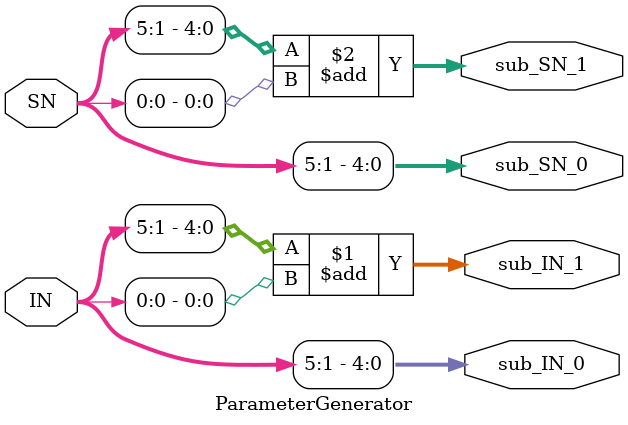
<source format=v>
`timescale 1ns / 1ps

module ParameterGenerator( 
    IN,
    SN,
    sub_IN_0,
    sub_IN_1,
    sub_SN_0,
    sub_SN_1 
    );

    parameter n = 'd5;
        
    input  wire [n:0]   IN, SN; //IN is submatrix size, SN is index of cyclic shifting
    output wire [n-1:0] sub_IN_0, sub_IN_1, sub_SN_0, sub_SN_1;
    
    assign sub_IN_0 = IN[n:1];
    assign sub_IN_1 = IN[n:1]+IN[0];
    assign sub_SN_0 = SN[n:1];
    assign sub_SN_1 = SN[n:1]+SN[0];
        
endmodule
</source>
